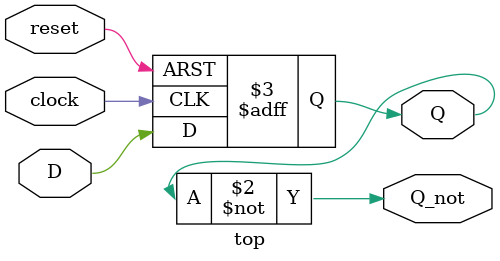
<source format=v>
module top(
	input clock,
	input reset,
	input D,
	output reg Q,
	output Q_not
	);

	always @(posedge clock or posedge reset) begin
		if (reset) begin
			Q <= 1'b0;
		end else begin
			Q <= D;
		end
	end

	assign Q_not = ~Q;
endmodule

</source>
